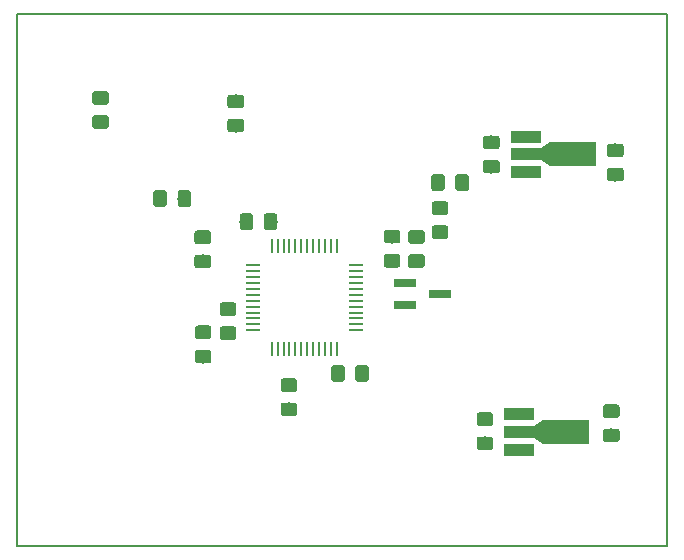
<source format=gtp>
G04 #@! TF.GenerationSoftware,KiCad,Pcbnew,5.0.2-bee76a0~70~ubuntu18.04.1*
G04 #@! TF.CreationDate,2019-10-04T10:46:57+02:00*
G04 #@! TF.ProjectId,STM32F373_Dev_Board,53544d33-3246-4333-9733-5f4465765f42,rev?*
G04 #@! TF.SameCoordinates,PX9104060PY5859300*
G04 #@! TF.FileFunction,Paste,Top*
G04 #@! TF.FilePolarity,Positive*
%FSLAX46Y46*%
G04 Gerber Fmt 4.6, Leading zero omitted, Abs format (unit mm)*
G04 Created by KiCad (PCBNEW 5.0.2-bee76a0~70~ubuntu18.04.1) date Fr 04 Okt 2019 10:46:57 CEST*
%MOMM*%
%LPD*%
G01*
G04 APERTURE LIST*
%ADD10C,0.150000*%
%ADD11C,1.150000*%
%ADD12R,1.900000X0.800000*%
%ADD13R,1.300000X0.250000*%
%ADD14R,0.250000X1.300000*%
%ADD15C,0.750000*%
%ADD16R,4.000000X2.000000*%
%ADD17R,2.500000X1.000000*%
G04 APERTURE END LIST*
D10*
X-52060000Y42640000D02*
X2940000Y42640000D01*
X-52060000Y-2360000D02*
X-52060000Y42640000D01*
X2940000Y-2360000D02*
X-52060000Y-2360000D01*
X2940000Y42640000D02*
X2940000Y-2360000D01*
G04 #@! TO.C,C1*
G36*
X-39610495Y27738796D02*
X-39586227Y27735196D01*
X-39562428Y27729235D01*
X-39539329Y27720970D01*
X-39517150Y27710480D01*
X-39496107Y27697868D01*
X-39476401Y27683253D01*
X-39458223Y27666777D01*
X-39441747Y27648599D01*
X-39427132Y27628893D01*
X-39414520Y27607850D01*
X-39404030Y27585671D01*
X-39395765Y27562572D01*
X-39389804Y27538773D01*
X-39386204Y27514505D01*
X-39385000Y27490001D01*
X-39385000Y26589999D01*
X-39386204Y26565495D01*
X-39389804Y26541227D01*
X-39395765Y26517428D01*
X-39404030Y26494329D01*
X-39414520Y26472150D01*
X-39427132Y26451107D01*
X-39441747Y26431401D01*
X-39458223Y26413223D01*
X-39476401Y26396747D01*
X-39496107Y26382132D01*
X-39517150Y26369520D01*
X-39539329Y26359030D01*
X-39562428Y26350765D01*
X-39586227Y26344804D01*
X-39610495Y26341204D01*
X-39634999Y26340000D01*
X-40285001Y26340000D01*
X-40309505Y26341204D01*
X-40333773Y26344804D01*
X-40357572Y26350765D01*
X-40380671Y26359030D01*
X-40402850Y26369520D01*
X-40423893Y26382132D01*
X-40443599Y26396747D01*
X-40461777Y26413223D01*
X-40478253Y26431401D01*
X-40492868Y26451107D01*
X-40505480Y26472150D01*
X-40515970Y26494329D01*
X-40524235Y26517428D01*
X-40530196Y26541227D01*
X-40533796Y26565495D01*
X-40535000Y26589999D01*
X-40535000Y27490001D01*
X-40533796Y27514505D01*
X-40530196Y27538773D01*
X-40524235Y27562572D01*
X-40515970Y27585671D01*
X-40505480Y27607850D01*
X-40492868Y27628893D01*
X-40478253Y27648599D01*
X-40461777Y27666777D01*
X-40443599Y27683253D01*
X-40423893Y27697868D01*
X-40402850Y27710480D01*
X-40380671Y27720970D01*
X-40357572Y27729235D01*
X-40333773Y27735196D01*
X-40309505Y27738796D01*
X-40285001Y27740000D01*
X-39634999Y27740000D01*
X-39610495Y27738796D01*
X-39610495Y27738796D01*
G37*
D11*
X-39960000Y27040000D03*
D10*
G36*
X-37560495Y27738796D02*
X-37536227Y27735196D01*
X-37512428Y27729235D01*
X-37489329Y27720970D01*
X-37467150Y27710480D01*
X-37446107Y27697868D01*
X-37426401Y27683253D01*
X-37408223Y27666777D01*
X-37391747Y27648599D01*
X-37377132Y27628893D01*
X-37364520Y27607850D01*
X-37354030Y27585671D01*
X-37345765Y27562572D01*
X-37339804Y27538773D01*
X-37336204Y27514505D01*
X-37335000Y27490001D01*
X-37335000Y26589999D01*
X-37336204Y26565495D01*
X-37339804Y26541227D01*
X-37345765Y26517428D01*
X-37354030Y26494329D01*
X-37364520Y26472150D01*
X-37377132Y26451107D01*
X-37391747Y26431401D01*
X-37408223Y26413223D01*
X-37426401Y26396747D01*
X-37446107Y26382132D01*
X-37467150Y26369520D01*
X-37489329Y26359030D01*
X-37512428Y26350765D01*
X-37536227Y26344804D01*
X-37560495Y26341204D01*
X-37584999Y26340000D01*
X-38235001Y26340000D01*
X-38259505Y26341204D01*
X-38283773Y26344804D01*
X-38307572Y26350765D01*
X-38330671Y26359030D01*
X-38352850Y26369520D01*
X-38373893Y26382132D01*
X-38393599Y26396747D01*
X-38411777Y26413223D01*
X-38428253Y26431401D01*
X-38442868Y26451107D01*
X-38455480Y26472150D01*
X-38465970Y26494329D01*
X-38474235Y26517428D01*
X-38480196Y26541227D01*
X-38483796Y26565495D01*
X-38485000Y26589999D01*
X-38485000Y27490001D01*
X-38483796Y27514505D01*
X-38480196Y27538773D01*
X-38474235Y27562572D01*
X-38465970Y27585671D01*
X-38455480Y27607850D01*
X-38442868Y27628893D01*
X-38428253Y27648599D01*
X-38411777Y27666777D01*
X-38393599Y27683253D01*
X-38373893Y27697868D01*
X-38352850Y27710480D01*
X-38330671Y27720970D01*
X-38307572Y27729235D01*
X-38283773Y27735196D01*
X-38259505Y27738796D01*
X-38235001Y27740000D01*
X-37584999Y27740000D01*
X-37560495Y27738796D01*
X-37560495Y27738796D01*
G37*
D11*
X-37910000Y27040000D03*
G04 #@! TD*
D10*
G04 #@! TO.C,C2*
G36*
X-35885495Y22288796D02*
X-35861227Y22285196D01*
X-35837428Y22279235D01*
X-35814329Y22270970D01*
X-35792150Y22260480D01*
X-35771107Y22247868D01*
X-35751401Y22233253D01*
X-35733223Y22216777D01*
X-35716747Y22198599D01*
X-35702132Y22178893D01*
X-35689520Y22157850D01*
X-35679030Y22135671D01*
X-35670765Y22112572D01*
X-35664804Y22088773D01*
X-35661204Y22064505D01*
X-35660000Y22040001D01*
X-35660000Y21389999D01*
X-35661204Y21365495D01*
X-35664804Y21341227D01*
X-35670765Y21317428D01*
X-35679030Y21294329D01*
X-35689520Y21272150D01*
X-35702132Y21251107D01*
X-35716747Y21231401D01*
X-35733223Y21213223D01*
X-35751401Y21196747D01*
X-35771107Y21182132D01*
X-35792150Y21169520D01*
X-35814329Y21159030D01*
X-35837428Y21150765D01*
X-35861227Y21144804D01*
X-35885495Y21141204D01*
X-35909999Y21140000D01*
X-36810001Y21140000D01*
X-36834505Y21141204D01*
X-36858773Y21144804D01*
X-36882572Y21150765D01*
X-36905671Y21159030D01*
X-36927850Y21169520D01*
X-36948893Y21182132D01*
X-36968599Y21196747D01*
X-36986777Y21213223D01*
X-37003253Y21231401D01*
X-37017868Y21251107D01*
X-37030480Y21272150D01*
X-37040970Y21294329D01*
X-37049235Y21317428D01*
X-37055196Y21341227D01*
X-37058796Y21365495D01*
X-37060000Y21389999D01*
X-37060000Y22040001D01*
X-37058796Y22064505D01*
X-37055196Y22088773D01*
X-37049235Y22112572D01*
X-37040970Y22135671D01*
X-37030480Y22157850D01*
X-37017868Y22178893D01*
X-37003253Y22198599D01*
X-36986777Y22216777D01*
X-36968599Y22233253D01*
X-36948893Y22247868D01*
X-36927850Y22260480D01*
X-36905671Y22270970D01*
X-36882572Y22279235D01*
X-36858773Y22285196D01*
X-36834505Y22288796D01*
X-36810001Y22290000D01*
X-35909999Y22290000D01*
X-35885495Y22288796D01*
X-35885495Y22288796D01*
G37*
D11*
X-36360000Y21715000D03*
D10*
G36*
X-35885495Y24338796D02*
X-35861227Y24335196D01*
X-35837428Y24329235D01*
X-35814329Y24320970D01*
X-35792150Y24310480D01*
X-35771107Y24297868D01*
X-35751401Y24283253D01*
X-35733223Y24266777D01*
X-35716747Y24248599D01*
X-35702132Y24228893D01*
X-35689520Y24207850D01*
X-35679030Y24185671D01*
X-35670765Y24162572D01*
X-35664804Y24138773D01*
X-35661204Y24114505D01*
X-35660000Y24090001D01*
X-35660000Y23439999D01*
X-35661204Y23415495D01*
X-35664804Y23391227D01*
X-35670765Y23367428D01*
X-35679030Y23344329D01*
X-35689520Y23322150D01*
X-35702132Y23301107D01*
X-35716747Y23281401D01*
X-35733223Y23263223D01*
X-35751401Y23246747D01*
X-35771107Y23232132D01*
X-35792150Y23219520D01*
X-35814329Y23209030D01*
X-35837428Y23200765D01*
X-35861227Y23194804D01*
X-35885495Y23191204D01*
X-35909999Y23190000D01*
X-36810001Y23190000D01*
X-36834505Y23191204D01*
X-36858773Y23194804D01*
X-36882572Y23200765D01*
X-36905671Y23209030D01*
X-36927850Y23219520D01*
X-36948893Y23232132D01*
X-36968599Y23246747D01*
X-36986777Y23263223D01*
X-37003253Y23281401D01*
X-37017868Y23301107D01*
X-37030480Y23322150D01*
X-37040970Y23344329D01*
X-37049235Y23367428D01*
X-37055196Y23391227D01*
X-37058796Y23415495D01*
X-37060000Y23439999D01*
X-37060000Y24090001D01*
X-37058796Y24114505D01*
X-37055196Y24138773D01*
X-37049235Y24162572D01*
X-37040970Y24185671D01*
X-37030480Y24207850D01*
X-37017868Y24228893D01*
X-37003253Y24248599D01*
X-36986777Y24266777D01*
X-36968599Y24283253D01*
X-36948893Y24297868D01*
X-36927850Y24310480D01*
X-36905671Y24320970D01*
X-36882572Y24329235D01*
X-36858773Y24335196D01*
X-36834505Y24338796D01*
X-36810001Y24340000D01*
X-35909999Y24340000D01*
X-35885495Y24338796D01*
X-35885495Y24338796D01*
G37*
D11*
X-36360000Y23765000D03*
G04 #@! TD*
D10*
G04 #@! TO.C,C3*
G36*
X-35835495Y14238796D02*
X-35811227Y14235196D01*
X-35787428Y14229235D01*
X-35764329Y14220970D01*
X-35742150Y14210480D01*
X-35721107Y14197868D01*
X-35701401Y14183253D01*
X-35683223Y14166777D01*
X-35666747Y14148599D01*
X-35652132Y14128893D01*
X-35639520Y14107850D01*
X-35629030Y14085671D01*
X-35620765Y14062572D01*
X-35614804Y14038773D01*
X-35611204Y14014505D01*
X-35610000Y13990001D01*
X-35610000Y13339999D01*
X-35611204Y13315495D01*
X-35614804Y13291227D01*
X-35620765Y13267428D01*
X-35629030Y13244329D01*
X-35639520Y13222150D01*
X-35652132Y13201107D01*
X-35666747Y13181401D01*
X-35683223Y13163223D01*
X-35701401Y13146747D01*
X-35721107Y13132132D01*
X-35742150Y13119520D01*
X-35764329Y13109030D01*
X-35787428Y13100765D01*
X-35811227Y13094804D01*
X-35835495Y13091204D01*
X-35859999Y13090000D01*
X-36760001Y13090000D01*
X-36784505Y13091204D01*
X-36808773Y13094804D01*
X-36832572Y13100765D01*
X-36855671Y13109030D01*
X-36877850Y13119520D01*
X-36898893Y13132132D01*
X-36918599Y13146747D01*
X-36936777Y13163223D01*
X-36953253Y13181401D01*
X-36967868Y13201107D01*
X-36980480Y13222150D01*
X-36990970Y13244329D01*
X-36999235Y13267428D01*
X-37005196Y13291227D01*
X-37008796Y13315495D01*
X-37010000Y13339999D01*
X-37010000Y13990001D01*
X-37008796Y14014505D01*
X-37005196Y14038773D01*
X-36999235Y14062572D01*
X-36990970Y14085671D01*
X-36980480Y14107850D01*
X-36967868Y14128893D01*
X-36953253Y14148599D01*
X-36936777Y14166777D01*
X-36918599Y14183253D01*
X-36898893Y14197868D01*
X-36877850Y14210480D01*
X-36855671Y14220970D01*
X-36832572Y14229235D01*
X-36808773Y14235196D01*
X-36784505Y14238796D01*
X-36760001Y14240000D01*
X-35859999Y14240000D01*
X-35835495Y14238796D01*
X-35835495Y14238796D01*
G37*
D11*
X-36310000Y13665000D03*
D10*
G36*
X-35835495Y16288796D02*
X-35811227Y16285196D01*
X-35787428Y16279235D01*
X-35764329Y16270970D01*
X-35742150Y16260480D01*
X-35721107Y16247868D01*
X-35701401Y16233253D01*
X-35683223Y16216777D01*
X-35666747Y16198599D01*
X-35652132Y16178893D01*
X-35639520Y16157850D01*
X-35629030Y16135671D01*
X-35620765Y16112572D01*
X-35614804Y16088773D01*
X-35611204Y16064505D01*
X-35610000Y16040001D01*
X-35610000Y15389999D01*
X-35611204Y15365495D01*
X-35614804Y15341227D01*
X-35620765Y15317428D01*
X-35629030Y15294329D01*
X-35639520Y15272150D01*
X-35652132Y15251107D01*
X-35666747Y15231401D01*
X-35683223Y15213223D01*
X-35701401Y15196747D01*
X-35721107Y15182132D01*
X-35742150Y15169520D01*
X-35764329Y15159030D01*
X-35787428Y15150765D01*
X-35811227Y15144804D01*
X-35835495Y15141204D01*
X-35859999Y15140000D01*
X-36760001Y15140000D01*
X-36784505Y15141204D01*
X-36808773Y15144804D01*
X-36832572Y15150765D01*
X-36855671Y15159030D01*
X-36877850Y15169520D01*
X-36898893Y15182132D01*
X-36918599Y15196747D01*
X-36936777Y15213223D01*
X-36953253Y15231401D01*
X-36967868Y15251107D01*
X-36980480Y15272150D01*
X-36990970Y15294329D01*
X-36999235Y15317428D01*
X-37005196Y15341227D01*
X-37008796Y15365495D01*
X-37010000Y15389999D01*
X-37010000Y16040001D01*
X-37008796Y16064505D01*
X-37005196Y16088773D01*
X-36999235Y16112572D01*
X-36990970Y16135671D01*
X-36980480Y16157850D01*
X-36967868Y16178893D01*
X-36953253Y16198599D01*
X-36936777Y16216777D01*
X-36918599Y16233253D01*
X-36898893Y16247868D01*
X-36877850Y16260480D01*
X-36855671Y16270970D01*
X-36832572Y16279235D01*
X-36808773Y16285196D01*
X-36784505Y16288796D01*
X-36760001Y16290000D01*
X-35859999Y16290000D01*
X-35835495Y16288796D01*
X-35835495Y16288796D01*
G37*
D11*
X-36310000Y15715000D03*
G04 #@! TD*
D10*
G04 #@! TO.C,C4*
G36*
X-1285495Y9613796D02*
X-1261227Y9610196D01*
X-1237428Y9604235D01*
X-1214329Y9595970D01*
X-1192150Y9585480D01*
X-1171107Y9572868D01*
X-1151401Y9558253D01*
X-1133223Y9541777D01*
X-1116747Y9523599D01*
X-1102132Y9503893D01*
X-1089520Y9482850D01*
X-1079030Y9460671D01*
X-1070765Y9437572D01*
X-1064804Y9413773D01*
X-1061204Y9389505D01*
X-1060000Y9365001D01*
X-1060000Y8714999D01*
X-1061204Y8690495D01*
X-1064804Y8666227D01*
X-1070765Y8642428D01*
X-1079030Y8619329D01*
X-1089520Y8597150D01*
X-1102132Y8576107D01*
X-1116747Y8556401D01*
X-1133223Y8538223D01*
X-1151401Y8521747D01*
X-1171107Y8507132D01*
X-1192150Y8494520D01*
X-1214329Y8484030D01*
X-1237428Y8475765D01*
X-1261227Y8469804D01*
X-1285495Y8466204D01*
X-1309999Y8465000D01*
X-2210001Y8465000D01*
X-2234505Y8466204D01*
X-2258773Y8469804D01*
X-2282572Y8475765D01*
X-2305671Y8484030D01*
X-2327850Y8494520D01*
X-2348893Y8507132D01*
X-2368599Y8521747D01*
X-2386777Y8538223D01*
X-2403253Y8556401D01*
X-2417868Y8576107D01*
X-2430480Y8597150D01*
X-2440970Y8619329D01*
X-2449235Y8642428D01*
X-2455196Y8666227D01*
X-2458796Y8690495D01*
X-2460000Y8714999D01*
X-2460000Y9365001D01*
X-2458796Y9389505D01*
X-2455196Y9413773D01*
X-2449235Y9437572D01*
X-2440970Y9460671D01*
X-2430480Y9482850D01*
X-2417868Y9503893D01*
X-2403253Y9523599D01*
X-2386777Y9541777D01*
X-2368599Y9558253D01*
X-2348893Y9572868D01*
X-2327850Y9585480D01*
X-2305671Y9595970D01*
X-2282572Y9604235D01*
X-2258773Y9610196D01*
X-2234505Y9613796D01*
X-2210001Y9615000D01*
X-1309999Y9615000D01*
X-1285495Y9613796D01*
X-1285495Y9613796D01*
G37*
D11*
X-1760000Y9040000D03*
D10*
G36*
X-1285495Y7563796D02*
X-1261227Y7560196D01*
X-1237428Y7554235D01*
X-1214329Y7545970D01*
X-1192150Y7535480D01*
X-1171107Y7522868D01*
X-1151401Y7508253D01*
X-1133223Y7491777D01*
X-1116747Y7473599D01*
X-1102132Y7453893D01*
X-1089520Y7432850D01*
X-1079030Y7410671D01*
X-1070765Y7387572D01*
X-1064804Y7363773D01*
X-1061204Y7339505D01*
X-1060000Y7315001D01*
X-1060000Y6664999D01*
X-1061204Y6640495D01*
X-1064804Y6616227D01*
X-1070765Y6592428D01*
X-1079030Y6569329D01*
X-1089520Y6547150D01*
X-1102132Y6526107D01*
X-1116747Y6506401D01*
X-1133223Y6488223D01*
X-1151401Y6471747D01*
X-1171107Y6457132D01*
X-1192150Y6444520D01*
X-1214329Y6434030D01*
X-1237428Y6425765D01*
X-1261227Y6419804D01*
X-1285495Y6416204D01*
X-1309999Y6415000D01*
X-2210001Y6415000D01*
X-2234505Y6416204D01*
X-2258773Y6419804D01*
X-2282572Y6425765D01*
X-2305671Y6434030D01*
X-2327850Y6444520D01*
X-2348893Y6457132D01*
X-2368599Y6471747D01*
X-2386777Y6488223D01*
X-2403253Y6506401D01*
X-2417868Y6526107D01*
X-2430480Y6547150D01*
X-2440970Y6569329D01*
X-2449235Y6592428D01*
X-2455196Y6616227D01*
X-2458796Y6640495D01*
X-2460000Y6664999D01*
X-2460000Y7315001D01*
X-2458796Y7339505D01*
X-2455196Y7363773D01*
X-2449235Y7387572D01*
X-2440970Y7410671D01*
X-2430480Y7432850D01*
X-2417868Y7453893D01*
X-2403253Y7473599D01*
X-2386777Y7491777D01*
X-2368599Y7508253D01*
X-2348893Y7522868D01*
X-2327850Y7535480D01*
X-2305671Y7545970D01*
X-2282572Y7554235D01*
X-2258773Y7560196D01*
X-2234505Y7563796D01*
X-2210001Y7565000D01*
X-1309999Y7565000D01*
X-1285495Y7563796D01*
X-1285495Y7563796D01*
G37*
D11*
X-1760000Y6990000D03*
G04 #@! TD*
D10*
G04 #@! TO.C,C5*
G36*
X-935495Y31688796D02*
X-911227Y31685196D01*
X-887428Y31679235D01*
X-864329Y31670970D01*
X-842150Y31660480D01*
X-821107Y31647868D01*
X-801401Y31633253D01*
X-783223Y31616777D01*
X-766747Y31598599D01*
X-752132Y31578893D01*
X-739520Y31557850D01*
X-729030Y31535671D01*
X-720765Y31512572D01*
X-714804Y31488773D01*
X-711204Y31464505D01*
X-710000Y31440001D01*
X-710000Y30789999D01*
X-711204Y30765495D01*
X-714804Y30741227D01*
X-720765Y30717428D01*
X-729030Y30694329D01*
X-739520Y30672150D01*
X-752132Y30651107D01*
X-766747Y30631401D01*
X-783223Y30613223D01*
X-801401Y30596747D01*
X-821107Y30582132D01*
X-842150Y30569520D01*
X-864329Y30559030D01*
X-887428Y30550765D01*
X-911227Y30544804D01*
X-935495Y30541204D01*
X-959999Y30540000D01*
X-1860001Y30540000D01*
X-1884505Y30541204D01*
X-1908773Y30544804D01*
X-1932572Y30550765D01*
X-1955671Y30559030D01*
X-1977850Y30569520D01*
X-1998893Y30582132D01*
X-2018599Y30596747D01*
X-2036777Y30613223D01*
X-2053253Y30631401D01*
X-2067868Y30651107D01*
X-2080480Y30672150D01*
X-2090970Y30694329D01*
X-2099235Y30717428D01*
X-2105196Y30741227D01*
X-2108796Y30765495D01*
X-2110000Y30789999D01*
X-2110000Y31440001D01*
X-2108796Y31464505D01*
X-2105196Y31488773D01*
X-2099235Y31512572D01*
X-2090970Y31535671D01*
X-2080480Y31557850D01*
X-2067868Y31578893D01*
X-2053253Y31598599D01*
X-2036777Y31616777D01*
X-2018599Y31633253D01*
X-1998893Y31647868D01*
X-1977850Y31660480D01*
X-1955671Y31670970D01*
X-1932572Y31679235D01*
X-1908773Y31685196D01*
X-1884505Y31688796D01*
X-1860001Y31690000D01*
X-959999Y31690000D01*
X-935495Y31688796D01*
X-935495Y31688796D01*
G37*
D11*
X-1410000Y31115000D03*
D10*
G36*
X-935495Y29638796D02*
X-911227Y29635196D01*
X-887428Y29629235D01*
X-864329Y29620970D01*
X-842150Y29610480D01*
X-821107Y29597868D01*
X-801401Y29583253D01*
X-783223Y29566777D01*
X-766747Y29548599D01*
X-752132Y29528893D01*
X-739520Y29507850D01*
X-729030Y29485671D01*
X-720765Y29462572D01*
X-714804Y29438773D01*
X-711204Y29414505D01*
X-710000Y29390001D01*
X-710000Y28739999D01*
X-711204Y28715495D01*
X-714804Y28691227D01*
X-720765Y28667428D01*
X-729030Y28644329D01*
X-739520Y28622150D01*
X-752132Y28601107D01*
X-766747Y28581401D01*
X-783223Y28563223D01*
X-801401Y28546747D01*
X-821107Y28532132D01*
X-842150Y28519520D01*
X-864329Y28509030D01*
X-887428Y28500765D01*
X-911227Y28494804D01*
X-935495Y28491204D01*
X-959999Y28490000D01*
X-1860001Y28490000D01*
X-1884505Y28491204D01*
X-1908773Y28494804D01*
X-1932572Y28500765D01*
X-1955671Y28509030D01*
X-1977850Y28519520D01*
X-1998893Y28532132D01*
X-2018599Y28546747D01*
X-2036777Y28563223D01*
X-2053253Y28581401D01*
X-2067868Y28601107D01*
X-2080480Y28622150D01*
X-2090970Y28644329D01*
X-2099235Y28667428D01*
X-2105196Y28691227D01*
X-2108796Y28715495D01*
X-2110000Y28739999D01*
X-2110000Y29390001D01*
X-2108796Y29414505D01*
X-2105196Y29438773D01*
X-2099235Y29462572D01*
X-2090970Y29485671D01*
X-2080480Y29507850D01*
X-2067868Y29528893D01*
X-2053253Y29548599D01*
X-2036777Y29566777D01*
X-2018599Y29583253D01*
X-1998893Y29597868D01*
X-1977850Y29610480D01*
X-1955671Y29620970D01*
X-1932572Y29629235D01*
X-1908773Y29635196D01*
X-1884505Y29638796D01*
X-1860001Y29640000D01*
X-959999Y29640000D01*
X-935495Y29638796D01*
X-935495Y29638796D01*
G37*
D11*
X-1410000Y29065000D03*
G04 #@! TD*
D10*
G04 #@! TO.C,C6*
G36*
X-22510495Y12938796D02*
X-22486227Y12935196D01*
X-22462428Y12929235D01*
X-22439329Y12920970D01*
X-22417150Y12910480D01*
X-22396107Y12897868D01*
X-22376401Y12883253D01*
X-22358223Y12866777D01*
X-22341747Y12848599D01*
X-22327132Y12828893D01*
X-22314520Y12807850D01*
X-22304030Y12785671D01*
X-22295765Y12762572D01*
X-22289804Y12738773D01*
X-22286204Y12714505D01*
X-22285000Y12690001D01*
X-22285000Y11789999D01*
X-22286204Y11765495D01*
X-22289804Y11741227D01*
X-22295765Y11717428D01*
X-22304030Y11694329D01*
X-22314520Y11672150D01*
X-22327132Y11651107D01*
X-22341747Y11631401D01*
X-22358223Y11613223D01*
X-22376401Y11596747D01*
X-22396107Y11582132D01*
X-22417150Y11569520D01*
X-22439329Y11559030D01*
X-22462428Y11550765D01*
X-22486227Y11544804D01*
X-22510495Y11541204D01*
X-22534999Y11540000D01*
X-23185001Y11540000D01*
X-23209505Y11541204D01*
X-23233773Y11544804D01*
X-23257572Y11550765D01*
X-23280671Y11559030D01*
X-23302850Y11569520D01*
X-23323893Y11582132D01*
X-23343599Y11596747D01*
X-23361777Y11613223D01*
X-23378253Y11631401D01*
X-23392868Y11651107D01*
X-23405480Y11672150D01*
X-23415970Y11694329D01*
X-23424235Y11717428D01*
X-23430196Y11741227D01*
X-23433796Y11765495D01*
X-23435000Y11789999D01*
X-23435000Y12690001D01*
X-23433796Y12714505D01*
X-23430196Y12738773D01*
X-23424235Y12762572D01*
X-23415970Y12785671D01*
X-23405480Y12807850D01*
X-23392868Y12828893D01*
X-23378253Y12848599D01*
X-23361777Y12866777D01*
X-23343599Y12883253D01*
X-23323893Y12897868D01*
X-23302850Y12910480D01*
X-23280671Y12920970D01*
X-23257572Y12929235D01*
X-23233773Y12935196D01*
X-23209505Y12938796D01*
X-23185001Y12940000D01*
X-22534999Y12940000D01*
X-22510495Y12938796D01*
X-22510495Y12938796D01*
G37*
D11*
X-22860000Y12240000D03*
D10*
G36*
X-24560495Y12938796D02*
X-24536227Y12935196D01*
X-24512428Y12929235D01*
X-24489329Y12920970D01*
X-24467150Y12910480D01*
X-24446107Y12897868D01*
X-24426401Y12883253D01*
X-24408223Y12866777D01*
X-24391747Y12848599D01*
X-24377132Y12828893D01*
X-24364520Y12807850D01*
X-24354030Y12785671D01*
X-24345765Y12762572D01*
X-24339804Y12738773D01*
X-24336204Y12714505D01*
X-24335000Y12690001D01*
X-24335000Y11789999D01*
X-24336204Y11765495D01*
X-24339804Y11741227D01*
X-24345765Y11717428D01*
X-24354030Y11694329D01*
X-24364520Y11672150D01*
X-24377132Y11651107D01*
X-24391747Y11631401D01*
X-24408223Y11613223D01*
X-24426401Y11596747D01*
X-24446107Y11582132D01*
X-24467150Y11569520D01*
X-24489329Y11559030D01*
X-24512428Y11550765D01*
X-24536227Y11544804D01*
X-24560495Y11541204D01*
X-24584999Y11540000D01*
X-25235001Y11540000D01*
X-25259505Y11541204D01*
X-25283773Y11544804D01*
X-25307572Y11550765D01*
X-25330671Y11559030D01*
X-25352850Y11569520D01*
X-25373893Y11582132D01*
X-25393599Y11596747D01*
X-25411777Y11613223D01*
X-25428253Y11631401D01*
X-25442868Y11651107D01*
X-25455480Y11672150D01*
X-25465970Y11694329D01*
X-25474235Y11717428D01*
X-25480196Y11741227D01*
X-25483796Y11765495D01*
X-25485000Y11789999D01*
X-25485000Y12690001D01*
X-25483796Y12714505D01*
X-25480196Y12738773D01*
X-25474235Y12762572D01*
X-25465970Y12785671D01*
X-25455480Y12807850D01*
X-25442868Y12828893D01*
X-25428253Y12848599D01*
X-25411777Y12866777D01*
X-25393599Y12883253D01*
X-25373893Y12897868D01*
X-25352850Y12910480D01*
X-25330671Y12920970D01*
X-25307572Y12929235D01*
X-25283773Y12935196D01*
X-25259505Y12938796D01*
X-25235001Y12940000D01*
X-24584999Y12940000D01*
X-24560495Y12938796D01*
X-24560495Y12938796D01*
G37*
D11*
X-24910000Y12240000D03*
G04 #@! TD*
D10*
G04 #@! TO.C,C7*
G36*
X-17785495Y22313796D02*
X-17761227Y22310196D01*
X-17737428Y22304235D01*
X-17714329Y22295970D01*
X-17692150Y22285480D01*
X-17671107Y22272868D01*
X-17651401Y22258253D01*
X-17633223Y22241777D01*
X-17616747Y22223599D01*
X-17602132Y22203893D01*
X-17589520Y22182850D01*
X-17579030Y22160671D01*
X-17570765Y22137572D01*
X-17564804Y22113773D01*
X-17561204Y22089505D01*
X-17560000Y22065001D01*
X-17560000Y21414999D01*
X-17561204Y21390495D01*
X-17564804Y21366227D01*
X-17570765Y21342428D01*
X-17579030Y21319329D01*
X-17589520Y21297150D01*
X-17602132Y21276107D01*
X-17616747Y21256401D01*
X-17633223Y21238223D01*
X-17651401Y21221747D01*
X-17671107Y21207132D01*
X-17692150Y21194520D01*
X-17714329Y21184030D01*
X-17737428Y21175765D01*
X-17761227Y21169804D01*
X-17785495Y21166204D01*
X-17809999Y21165000D01*
X-18710001Y21165000D01*
X-18734505Y21166204D01*
X-18758773Y21169804D01*
X-18782572Y21175765D01*
X-18805671Y21184030D01*
X-18827850Y21194520D01*
X-18848893Y21207132D01*
X-18868599Y21221747D01*
X-18886777Y21238223D01*
X-18903253Y21256401D01*
X-18917868Y21276107D01*
X-18930480Y21297150D01*
X-18940970Y21319329D01*
X-18949235Y21342428D01*
X-18955196Y21366227D01*
X-18958796Y21390495D01*
X-18960000Y21414999D01*
X-18960000Y22065001D01*
X-18958796Y22089505D01*
X-18955196Y22113773D01*
X-18949235Y22137572D01*
X-18940970Y22160671D01*
X-18930480Y22182850D01*
X-18917868Y22203893D01*
X-18903253Y22223599D01*
X-18886777Y22241777D01*
X-18868599Y22258253D01*
X-18848893Y22272868D01*
X-18827850Y22285480D01*
X-18805671Y22295970D01*
X-18782572Y22304235D01*
X-18758773Y22310196D01*
X-18734505Y22313796D01*
X-18710001Y22315000D01*
X-17809999Y22315000D01*
X-17785495Y22313796D01*
X-17785495Y22313796D01*
G37*
D11*
X-18260000Y21740000D03*
D10*
G36*
X-17785495Y24363796D02*
X-17761227Y24360196D01*
X-17737428Y24354235D01*
X-17714329Y24345970D01*
X-17692150Y24335480D01*
X-17671107Y24322868D01*
X-17651401Y24308253D01*
X-17633223Y24291777D01*
X-17616747Y24273599D01*
X-17602132Y24253893D01*
X-17589520Y24232850D01*
X-17579030Y24210671D01*
X-17570765Y24187572D01*
X-17564804Y24163773D01*
X-17561204Y24139505D01*
X-17560000Y24115001D01*
X-17560000Y23464999D01*
X-17561204Y23440495D01*
X-17564804Y23416227D01*
X-17570765Y23392428D01*
X-17579030Y23369329D01*
X-17589520Y23347150D01*
X-17602132Y23326107D01*
X-17616747Y23306401D01*
X-17633223Y23288223D01*
X-17651401Y23271747D01*
X-17671107Y23257132D01*
X-17692150Y23244520D01*
X-17714329Y23234030D01*
X-17737428Y23225765D01*
X-17761227Y23219804D01*
X-17785495Y23216204D01*
X-17809999Y23215000D01*
X-18710001Y23215000D01*
X-18734505Y23216204D01*
X-18758773Y23219804D01*
X-18782572Y23225765D01*
X-18805671Y23234030D01*
X-18827850Y23244520D01*
X-18848893Y23257132D01*
X-18868599Y23271747D01*
X-18886777Y23288223D01*
X-18903253Y23306401D01*
X-18917868Y23326107D01*
X-18930480Y23347150D01*
X-18940970Y23369329D01*
X-18949235Y23392428D01*
X-18955196Y23416227D01*
X-18958796Y23440495D01*
X-18960000Y23464999D01*
X-18960000Y24115001D01*
X-18958796Y24139505D01*
X-18955196Y24163773D01*
X-18949235Y24187572D01*
X-18940970Y24210671D01*
X-18930480Y24232850D01*
X-18917868Y24253893D01*
X-18903253Y24273599D01*
X-18886777Y24291777D01*
X-18868599Y24308253D01*
X-18848893Y24322868D01*
X-18827850Y24335480D01*
X-18805671Y24345970D01*
X-18782572Y24354235D01*
X-18758773Y24360196D01*
X-18734505Y24363796D01*
X-18710001Y24365000D01*
X-17809999Y24365000D01*
X-17785495Y24363796D01*
X-17785495Y24363796D01*
G37*
D11*
X-18260000Y23790000D03*
G04 #@! TD*
D10*
G04 #@! TO.C,C8*
G36*
X-30260495Y25788796D02*
X-30236227Y25785196D01*
X-30212428Y25779235D01*
X-30189329Y25770970D01*
X-30167150Y25760480D01*
X-30146107Y25747868D01*
X-30126401Y25733253D01*
X-30108223Y25716777D01*
X-30091747Y25698599D01*
X-30077132Y25678893D01*
X-30064520Y25657850D01*
X-30054030Y25635671D01*
X-30045765Y25612572D01*
X-30039804Y25588773D01*
X-30036204Y25564505D01*
X-30035000Y25540001D01*
X-30035000Y24639999D01*
X-30036204Y24615495D01*
X-30039804Y24591227D01*
X-30045765Y24567428D01*
X-30054030Y24544329D01*
X-30064520Y24522150D01*
X-30077132Y24501107D01*
X-30091747Y24481401D01*
X-30108223Y24463223D01*
X-30126401Y24446747D01*
X-30146107Y24432132D01*
X-30167150Y24419520D01*
X-30189329Y24409030D01*
X-30212428Y24400765D01*
X-30236227Y24394804D01*
X-30260495Y24391204D01*
X-30284999Y24390000D01*
X-30935001Y24390000D01*
X-30959505Y24391204D01*
X-30983773Y24394804D01*
X-31007572Y24400765D01*
X-31030671Y24409030D01*
X-31052850Y24419520D01*
X-31073893Y24432132D01*
X-31093599Y24446747D01*
X-31111777Y24463223D01*
X-31128253Y24481401D01*
X-31142868Y24501107D01*
X-31155480Y24522150D01*
X-31165970Y24544329D01*
X-31174235Y24567428D01*
X-31180196Y24591227D01*
X-31183796Y24615495D01*
X-31185000Y24639999D01*
X-31185000Y25540001D01*
X-31183796Y25564505D01*
X-31180196Y25588773D01*
X-31174235Y25612572D01*
X-31165970Y25635671D01*
X-31155480Y25657850D01*
X-31142868Y25678893D01*
X-31128253Y25698599D01*
X-31111777Y25716777D01*
X-31093599Y25733253D01*
X-31073893Y25747868D01*
X-31052850Y25760480D01*
X-31030671Y25770970D01*
X-31007572Y25779235D01*
X-30983773Y25785196D01*
X-30959505Y25788796D01*
X-30935001Y25790000D01*
X-30284999Y25790000D01*
X-30260495Y25788796D01*
X-30260495Y25788796D01*
G37*
D11*
X-30610000Y25090000D03*
D10*
G36*
X-32310495Y25788796D02*
X-32286227Y25785196D01*
X-32262428Y25779235D01*
X-32239329Y25770970D01*
X-32217150Y25760480D01*
X-32196107Y25747868D01*
X-32176401Y25733253D01*
X-32158223Y25716777D01*
X-32141747Y25698599D01*
X-32127132Y25678893D01*
X-32114520Y25657850D01*
X-32104030Y25635671D01*
X-32095765Y25612572D01*
X-32089804Y25588773D01*
X-32086204Y25564505D01*
X-32085000Y25540001D01*
X-32085000Y24639999D01*
X-32086204Y24615495D01*
X-32089804Y24591227D01*
X-32095765Y24567428D01*
X-32104030Y24544329D01*
X-32114520Y24522150D01*
X-32127132Y24501107D01*
X-32141747Y24481401D01*
X-32158223Y24463223D01*
X-32176401Y24446747D01*
X-32196107Y24432132D01*
X-32217150Y24419520D01*
X-32239329Y24409030D01*
X-32262428Y24400765D01*
X-32286227Y24394804D01*
X-32310495Y24391204D01*
X-32334999Y24390000D01*
X-32985001Y24390000D01*
X-33009505Y24391204D01*
X-33033773Y24394804D01*
X-33057572Y24400765D01*
X-33080671Y24409030D01*
X-33102850Y24419520D01*
X-33123893Y24432132D01*
X-33143599Y24446747D01*
X-33161777Y24463223D01*
X-33178253Y24481401D01*
X-33192868Y24501107D01*
X-33205480Y24522150D01*
X-33215970Y24544329D01*
X-33224235Y24567428D01*
X-33230196Y24591227D01*
X-33233796Y24615495D01*
X-33235000Y24639999D01*
X-33235000Y25540001D01*
X-33233796Y25564505D01*
X-33230196Y25588773D01*
X-33224235Y25612572D01*
X-33215970Y25635671D01*
X-33205480Y25657850D01*
X-33192868Y25678893D01*
X-33178253Y25698599D01*
X-33161777Y25716777D01*
X-33143599Y25733253D01*
X-33123893Y25747868D01*
X-33102850Y25760480D01*
X-33080671Y25770970D01*
X-33057572Y25779235D01*
X-33033773Y25785196D01*
X-33009505Y25788796D01*
X-32985001Y25790000D01*
X-32334999Y25790000D01*
X-32310495Y25788796D01*
X-32310495Y25788796D01*
G37*
D11*
X-32660000Y25090000D03*
G04 #@! TD*
D10*
G04 #@! TO.C,C9*
G36*
X-33735495Y18263796D02*
X-33711227Y18260196D01*
X-33687428Y18254235D01*
X-33664329Y18245970D01*
X-33642150Y18235480D01*
X-33621107Y18222868D01*
X-33601401Y18208253D01*
X-33583223Y18191777D01*
X-33566747Y18173599D01*
X-33552132Y18153893D01*
X-33539520Y18132850D01*
X-33529030Y18110671D01*
X-33520765Y18087572D01*
X-33514804Y18063773D01*
X-33511204Y18039505D01*
X-33510000Y18015001D01*
X-33510000Y17364999D01*
X-33511204Y17340495D01*
X-33514804Y17316227D01*
X-33520765Y17292428D01*
X-33529030Y17269329D01*
X-33539520Y17247150D01*
X-33552132Y17226107D01*
X-33566747Y17206401D01*
X-33583223Y17188223D01*
X-33601401Y17171747D01*
X-33621107Y17157132D01*
X-33642150Y17144520D01*
X-33664329Y17134030D01*
X-33687428Y17125765D01*
X-33711227Y17119804D01*
X-33735495Y17116204D01*
X-33759999Y17115000D01*
X-34660001Y17115000D01*
X-34684505Y17116204D01*
X-34708773Y17119804D01*
X-34732572Y17125765D01*
X-34755671Y17134030D01*
X-34777850Y17144520D01*
X-34798893Y17157132D01*
X-34818599Y17171747D01*
X-34836777Y17188223D01*
X-34853253Y17206401D01*
X-34867868Y17226107D01*
X-34880480Y17247150D01*
X-34890970Y17269329D01*
X-34899235Y17292428D01*
X-34905196Y17316227D01*
X-34908796Y17340495D01*
X-34910000Y17364999D01*
X-34910000Y18015001D01*
X-34908796Y18039505D01*
X-34905196Y18063773D01*
X-34899235Y18087572D01*
X-34890970Y18110671D01*
X-34880480Y18132850D01*
X-34867868Y18153893D01*
X-34853253Y18173599D01*
X-34836777Y18191777D01*
X-34818599Y18208253D01*
X-34798893Y18222868D01*
X-34777850Y18235480D01*
X-34755671Y18245970D01*
X-34732572Y18254235D01*
X-34708773Y18260196D01*
X-34684505Y18263796D01*
X-34660001Y18265000D01*
X-33759999Y18265000D01*
X-33735495Y18263796D01*
X-33735495Y18263796D01*
G37*
D11*
X-34210000Y17690000D03*
D10*
G36*
X-33735495Y16213796D02*
X-33711227Y16210196D01*
X-33687428Y16204235D01*
X-33664329Y16195970D01*
X-33642150Y16185480D01*
X-33621107Y16172868D01*
X-33601401Y16158253D01*
X-33583223Y16141777D01*
X-33566747Y16123599D01*
X-33552132Y16103893D01*
X-33539520Y16082850D01*
X-33529030Y16060671D01*
X-33520765Y16037572D01*
X-33514804Y16013773D01*
X-33511204Y15989505D01*
X-33510000Y15965001D01*
X-33510000Y15314999D01*
X-33511204Y15290495D01*
X-33514804Y15266227D01*
X-33520765Y15242428D01*
X-33529030Y15219329D01*
X-33539520Y15197150D01*
X-33552132Y15176107D01*
X-33566747Y15156401D01*
X-33583223Y15138223D01*
X-33601401Y15121747D01*
X-33621107Y15107132D01*
X-33642150Y15094520D01*
X-33664329Y15084030D01*
X-33687428Y15075765D01*
X-33711227Y15069804D01*
X-33735495Y15066204D01*
X-33759999Y15065000D01*
X-34660001Y15065000D01*
X-34684505Y15066204D01*
X-34708773Y15069804D01*
X-34732572Y15075765D01*
X-34755671Y15084030D01*
X-34777850Y15094520D01*
X-34798893Y15107132D01*
X-34818599Y15121747D01*
X-34836777Y15138223D01*
X-34853253Y15156401D01*
X-34867868Y15176107D01*
X-34880480Y15197150D01*
X-34890970Y15219329D01*
X-34899235Y15242428D01*
X-34905196Y15266227D01*
X-34908796Y15290495D01*
X-34910000Y15314999D01*
X-34910000Y15965001D01*
X-34908796Y15989505D01*
X-34905196Y16013773D01*
X-34899235Y16037572D01*
X-34890970Y16060671D01*
X-34880480Y16082850D01*
X-34867868Y16103893D01*
X-34853253Y16123599D01*
X-34836777Y16141777D01*
X-34818599Y16158253D01*
X-34798893Y16172868D01*
X-34777850Y16185480D01*
X-34755671Y16195970D01*
X-34732572Y16204235D01*
X-34708773Y16210196D01*
X-34684505Y16213796D01*
X-34660001Y16215000D01*
X-33759999Y16215000D01*
X-33735495Y16213796D01*
X-33735495Y16213796D01*
G37*
D11*
X-34210000Y15640000D03*
G04 #@! TD*
D10*
G04 #@! TO.C,C10*
G36*
X-16085495Y29088796D02*
X-16061227Y29085196D01*
X-16037428Y29079235D01*
X-16014329Y29070970D01*
X-15992150Y29060480D01*
X-15971107Y29047868D01*
X-15951401Y29033253D01*
X-15933223Y29016777D01*
X-15916747Y28998599D01*
X-15902132Y28978893D01*
X-15889520Y28957850D01*
X-15879030Y28935671D01*
X-15870765Y28912572D01*
X-15864804Y28888773D01*
X-15861204Y28864505D01*
X-15860000Y28840001D01*
X-15860000Y27939999D01*
X-15861204Y27915495D01*
X-15864804Y27891227D01*
X-15870765Y27867428D01*
X-15879030Y27844329D01*
X-15889520Y27822150D01*
X-15902132Y27801107D01*
X-15916747Y27781401D01*
X-15933223Y27763223D01*
X-15951401Y27746747D01*
X-15971107Y27732132D01*
X-15992150Y27719520D01*
X-16014329Y27709030D01*
X-16037428Y27700765D01*
X-16061227Y27694804D01*
X-16085495Y27691204D01*
X-16109999Y27690000D01*
X-16760001Y27690000D01*
X-16784505Y27691204D01*
X-16808773Y27694804D01*
X-16832572Y27700765D01*
X-16855671Y27709030D01*
X-16877850Y27719520D01*
X-16898893Y27732132D01*
X-16918599Y27746747D01*
X-16936777Y27763223D01*
X-16953253Y27781401D01*
X-16967868Y27801107D01*
X-16980480Y27822150D01*
X-16990970Y27844329D01*
X-16999235Y27867428D01*
X-17005196Y27891227D01*
X-17008796Y27915495D01*
X-17010000Y27939999D01*
X-17010000Y28840001D01*
X-17008796Y28864505D01*
X-17005196Y28888773D01*
X-16999235Y28912572D01*
X-16990970Y28935671D01*
X-16980480Y28957850D01*
X-16967868Y28978893D01*
X-16953253Y28998599D01*
X-16936777Y29016777D01*
X-16918599Y29033253D01*
X-16898893Y29047868D01*
X-16877850Y29060480D01*
X-16855671Y29070970D01*
X-16832572Y29079235D01*
X-16808773Y29085196D01*
X-16784505Y29088796D01*
X-16760001Y29090000D01*
X-16109999Y29090000D01*
X-16085495Y29088796D01*
X-16085495Y29088796D01*
G37*
D11*
X-16435000Y28390000D03*
D10*
G36*
X-14035495Y29088796D02*
X-14011227Y29085196D01*
X-13987428Y29079235D01*
X-13964329Y29070970D01*
X-13942150Y29060480D01*
X-13921107Y29047868D01*
X-13901401Y29033253D01*
X-13883223Y29016777D01*
X-13866747Y28998599D01*
X-13852132Y28978893D01*
X-13839520Y28957850D01*
X-13829030Y28935671D01*
X-13820765Y28912572D01*
X-13814804Y28888773D01*
X-13811204Y28864505D01*
X-13810000Y28840001D01*
X-13810000Y27939999D01*
X-13811204Y27915495D01*
X-13814804Y27891227D01*
X-13820765Y27867428D01*
X-13829030Y27844329D01*
X-13839520Y27822150D01*
X-13852132Y27801107D01*
X-13866747Y27781401D01*
X-13883223Y27763223D01*
X-13901401Y27746747D01*
X-13921107Y27732132D01*
X-13942150Y27719520D01*
X-13964329Y27709030D01*
X-13987428Y27700765D01*
X-14011227Y27694804D01*
X-14035495Y27691204D01*
X-14059999Y27690000D01*
X-14710001Y27690000D01*
X-14734505Y27691204D01*
X-14758773Y27694804D01*
X-14782572Y27700765D01*
X-14805671Y27709030D01*
X-14827850Y27719520D01*
X-14848893Y27732132D01*
X-14868599Y27746747D01*
X-14886777Y27763223D01*
X-14903253Y27781401D01*
X-14917868Y27801107D01*
X-14930480Y27822150D01*
X-14940970Y27844329D01*
X-14949235Y27867428D01*
X-14955196Y27891227D01*
X-14958796Y27915495D01*
X-14960000Y27939999D01*
X-14960000Y28840001D01*
X-14958796Y28864505D01*
X-14955196Y28888773D01*
X-14949235Y28912572D01*
X-14940970Y28935671D01*
X-14930480Y28957850D01*
X-14917868Y28978893D01*
X-14903253Y28998599D01*
X-14886777Y29016777D01*
X-14868599Y29033253D01*
X-14848893Y29047868D01*
X-14827850Y29060480D01*
X-14805671Y29070970D01*
X-14782572Y29079235D01*
X-14758773Y29085196D01*
X-14734505Y29088796D01*
X-14710001Y29090000D01*
X-14059999Y29090000D01*
X-14035495Y29088796D01*
X-14035495Y29088796D01*
G37*
D11*
X-14385000Y28390000D03*
G04 #@! TD*
D10*
G04 #@! TO.C,C11*
G36*
X-28585495Y9763796D02*
X-28561227Y9760196D01*
X-28537428Y9754235D01*
X-28514329Y9745970D01*
X-28492150Y9735480D01*
X-28471107Y9722868D01*
X-28451401Y9708253D01*
X-28433223Y9691777D01*
X-28416747Y9673599D01*
X-28402132Y9653893D01*
X-28389520Y9632850D01*
X-28379030Y9610671D01*
X-28370765Y9587572D01*
X-28364804Y9563773D01*
X-28361204Y9539505D01*
X-28360000Y9515001D01*
X-28360000Y8864999D01*
X-28361204Y8840495D01*
X-28364804Y8816227D01*
X-28370765Y8792428D01*
X-28379030Y8769329D01*
X-28389520Y8747150D01*
X-28402132Y8726107D01*
X-28416747Y8706401D01*
X-28433223Y8688223D01*
X-28451401Y8671747D01*
X-28471107Y8657132D01*
X-28492150Y8644520D01*
X-28514329Y8634030D01*
X-28537428Y8625765D01*
X-28561227Y8619804D01*
X-28585495Y8616204D01*
X-28609999Y8615000D01*
X-29510001Y8615000D01*
X-29534505Y8616204D01*
X-29558773Y8619804D01*
X-29582572Y8625765D01*
X-29605671Y8634030D01*
X-29627850Y8644520D01*
X-29648893Y8657132D01*
X-29668599Y8671747D01*
X-29686777Y8688223D01*
X-29703253Y8706401D01*
X-29717868Y8726107D01*
X-29730480Y8747150D01*
X-29740970Y8769329D01*
X-29749235Y8792428D01*
X-29755196Y8816227D01*
X-29758796Y8840495D01*
X-29760000Y8864999D01*
X-29760000Y9515001D01*
X-29758796Y9539505D01*
X-29755196Y9563773D01*
X-29749235Y9587572D01*
X-29740970Y9610671D01*
X-29730480Y9632850D01*
X-29717868Y9653893D01*
X-29703253Y9673599D01*
X-29686777Y9691777D01*
X-29668599Y9708253D01*
X-29648893Y9722868D01*
X-29627850Y9735480D01*
X-29605671Y9745970D01*
X-29582572Y9754235D01*
X-29558773Y9760196D01*
X-29534505Y9763796D01*
X-29510001Y9765000D01*
X-28609999Y9765000D01*
X-28585495Y9763796D01*
X-28585495Y9763796D01*
G37*
D11*
X-29060000Y9190000D03*
D10*
G36*
X-28585495Y11813796D02*
X-28561227Y11810196D01*
X-28537428Y11804235D01*
X-28514329Y11795970D01*
X-28492150Y11785480D01*
X-28471107Y11772868D01*
X-28451401Y11758253D01*
X-28433223Y11741777D01*
X-28416747Y11723599D01*
X-28402132Y11703893D01*
X-28389520Y11682850D01*
X-28379030Y11660671D01*
X-28370765Y11637572D01*
X-28364804Y11613773D01*
X-28361204Y11589505D01*
X-28360000Y11565001D01*
X-28360000Y10914999D01*
X-28361204Y10890495D01*
X-28364804Y10866227D01*
X-28370765Y10842428D01*
X-28379030Y10819329D01*
X-28389520Y10797150D01*
X-28402132Y10776107D01*
X-28416747Y10756401D01*
X-28433223Y10738223D01*
X-28451401Y10721747D01*
X-28471107Y10707132D01*
X-28492150Y10694520D01*
X-28514329Y10684030D01*
X-28537428Y10675765D01*
X-28561227Y10669804D01*
X-28585495Y10666204D01*
X-28609999Y10665000D01*
X-29510001Y10665000D01*
X-29534505Y10666204D01*
X-29558773Y10669804D01*
X-29582572Y10675765D01*
X-29605671Y10684030D01*
X-29627850Y10694520D01*
X-29648893Y10707132D01*
X-29668599Y10721747D01*
X-29686777Y10738223D01*
X-29703253Y10756401D01*
X-29717868Y10776107D01*
X-29730480Y10797150D01*
X-29740970Y10819329D01*
X-29749235Y10842428D01*
X-29755196Y10866227D01*
X-29758796Y10890495D01*
X-29760000Y10914999D01*
X-29760000Y11565001D01*
X-29758796Y11589505D01*
X-29755196Y11613773D01*
X-29749235Y11637572D01*
X-29740970Y11660671D01*
X-29730480Y11682850D01*
X-29717868Y11703893D01*
X-29703253Y11723599D01*
X-29686777Y11741777D01*
X-29668599Y11758253D01*
X-29648893Y11772868D01*
X-29627850Y11785480D01*
X-29605671Y11795970D01*
X-29582572Y11804235D01*
X-29558773Y11810196D01*
X-29534505Y11813796D01*
X-29510001Y11815000D01*
X-28609999Y11815000D01*
X-28585495Y11813796D01*
X-28585495Y11813796D01*
G37*
D11*
X-29060000Y11240000D03*
G04 #@! TD*
D10*
G04 #@! TO.C,C12*
G36*
X-11985495Y6888796D02*
X-11961227Y6885196D01*
X-11937428Y6879235D01*
X-11914329Y6870970D01*
X-11892150Y6860480D01*
X-11871107Y6847868D01*
X-11851401Y6833253D01*
X-11833223Y6816777D01*
X-11816747Y6798599D01*
X-11802132Y6778893D01*
X-11789520Y6757850D01*
X-11779030Y6735671D01*
X-11770765Y6712572D01*
X-11764804Y6688773D01*
X-11761204Y6664505D01*
X-11760000Y6640001D01*
X-11760000Y5989999D01*
X-11761204Y5965495D01*
X-11764804Y5941227D01*
X-11770765Y5917428D01*
X-11779030Y5894329D01*
X-11789520Y5872150D01*
X-11802132Y5851107D01*
X-11816747Y5831401D01*
X-11833223Y5813223D01*
X-11851401Y5796747D01*
X-11871107Y5782132D01*
X-11892150Y5769520D01*
X-11914329Y5759030D01*
X-11937428Y5750765D01*
X-11961227Y5744804D01*
X-11985495Y5741204D01*
X-12009999Y5740000D01*
X-12910001Y5740000D01*
X-12934505Y5741204D01*
X-12958773Y5744804D01*
X-12982572Y5750765D01*
X-13005671Y5759030D01*
X-13027850Y5769520D01*
X-13048893Y5782132D01*
X-13068599Y5796747D01*
X-13086777Y5813223D01*
X-13103253Y5831401D01*
X-13117868Y5851107D01*
X-13130480Y5872150D01*
X-13140970Y5894329D01*
X-13149235Y5917428D01*
X-13155196Y5941227D01*
X-13158796Y5965495D01*
X-13160000Y5989999D01*
X-13160000Y6640001D01*
X-13158796Y6664505D01*
X-13155196Y6688773D01*
X-13149235Y6712572D01*
X-13140970Y6735671D01*
X-13130480Y6757850D01*
X-13117868Y6778893D01*
X-13103253Y6798599D01*
X-13086777Y6816777D01*
X-13068599Y6833253D01*
X-13048893Y6847868D01*
X-13027850Y6860480D01*
X-13005671Y6870970D01*
X-12982572Y6879235D01*
X-12958773Y6885196D01*
X-12934505Y6888796D01*
X-12910001Y6890000D01*
X-12009999Y6890000D01*
X-11985495Y6888796D01*
X-11985495Y6888796D01*
G37*
D11*
X-12460000Y6315000D03*
D10*
G36*
X-11985495Y8938796D02*
X-11961227Y8935196D01*
X-11937428Y8929235D01*
X-11914329Y8920970D01*
X-11892150Y8910480D01*
X-11871107Y8897868D01*
X-11851401Y8883253D01*
X-11833223Y8866777D01*
X-11816747Y8848599D01*
X-11802132Y8828893D01*
X-11789520Y8807850D01*
X-11779030Y8785671D01*
X-11770765Y8762572D01*
X-11764804Y8738773D01*
X-11761204Y8714505D01*
X-11760000Y8690001D01*
X-11760000Y8039999D01*
X-11761204Y8015495D01*
X-11764804Y7991227D01*
X-11770765Y7967428D01*
X-11779030Y7944329D01*
X-11789520Y7922150D01*
X-11802132Y7901107D01*
X-11816747Y7881401D01*
X-11833223Y7863223D01*
X-11851401Y7846747D01*
X-11871107Y7832132D01*
X-11892150Y7819520D01*
X-11914329Y7809030D01*
X-11937428Y7800765D01*
X-11961227Y7794804D01*
X-11985495Y7791204D01*
X-12009999Y7790000D01*
X-12910001Y7790000D01*
X-12934505Y7791204D01*
X-12958773Y7794804D01*
X-12982572Y7800765D01*
X-13005671Y7809030D01*
X-13027850Y7819520D01*
X-13048893Y7832132D01*
X-13068599Y7846747D01*
X-13086777Y7863223D01*
X-13103253Y7881401D01*
X-13117868Y7901107D01*
X-13130480Y7922150D01*
X-13140970Y7944329D01*
X-13149235Y7967428D01*
X-13155196Y7991227D01*
X-13158796Y8015495D01*
X-13160000Y8039999D01*
X-13160000Y8690001D01*
X-13158796Y8714505D01*
X-13155196Y8738773D01*
X-13149235Y8762572D01*
X-13140970Y8785671D01*
X-13130480Y8807850D01*
X-13117868Y8828893D01*
X-13103253Y8848599D01*
X-13086777Y8866777D01*
X-13068599Y8883253D01*
X-13048893Y8897868D01*
X-13027850Y8910480D01*
X-13005671Y8920970D01*
X-12982572Y8929235D01*
X-12958773Y8935196D01*
X-12934505Y8938796D01*
X-12910001Y8940000D01*
X-12009999Y8940000D01*
X-11985495Y8938796D01*
X-11985495Y8938796D01*
G37*
D11*
X-12460000Y8365000D03*
G04 #@! TD*
D10*
G04 #@! TO.C,C13*
G36*
X-11435495Y32363796D02*
X-11411227Y32360196D01*
X-11387428Y32354235D01*
X-11364329Y32345970D01*
X-11342150Y32335480D01*
X-11321107Y32322868D01*
X-11301401Y32308253D01*
X-11283223Y32291777D01*
X-11266747Y32273599D01*
X-11252132Y32253893D01*
X-11239520Y32232850D01*
X-11229030Y32210671D01*
X-11220765Y32187572D01*
X-11214804Y32163773D01*
X-11211204Y32139505D01*
X-11210000Y32115001D01*
X-11210000Y31464999D01*
X-11211204Y31440495D01*
X-11214804Y31416227D01*
X-11220765Y31392428D01*
X-11229030Y31369329D01*
X-11239520Y31347150D01*
X-11252132Y31326107D01*
X-11266747Y31306401D01*
X-11283223Y31288223D01*
X-11301401Y31271747D01*
X-11321107Y31257132D01*
X-11342150Y31244520D01*
X-11364329Y31234030D01*
X-11387428Y31225765D01*
X-11411227Y31219804D01*
X-11435495Y31216204D01*
X-11459999Y31215000D01*
X-12360001Y31215000D01*
X-12384505Y31216204D01*
X-12408773Y31219804D01*
X-12432572Y31225765D01*
X-12455671Y31234030D01*
X-12477850Y31244520D01*
X-12498893Y31257132D01*
X-12518599Y31271747D01*
X-12536777Y31288223D01*
X-12553253Y31306401D01*
X-12567868Y31326107D01*
X-12580480Y31347150D01*
X-12590970Y31369329D01*
X-12599235Y31392428D01*
X-12605196Y31416227D01*
X-12608796Y31440495D01*
X-12610000Y31464999D01*
X-12610000Y32115001D01*
X-12608796Y32139505D01*
X-12605196Y32163773D01*
X-12599235Y32187572D01*
X-12590970Y32210671D01*
X-12580480Y32232850D01*
X-12567868Y32253893D01*
X-12553253Y32273599D01*
X-12536777Y32291777D01*
X-12518599Y32308253D01*
X-12498893Y32322868D01*
X-12477850Y32335480D01*
X-12455671Y32345970D01*
X-12432572Y32354235D01*
X-12408773Y32360196D01*
X-12384505Y32363796D01*
X-12360001Y32365000D01*
X-11459999Y32365000D01*
X-11435495Y32363796D01*
X-11435495Y32363796D01*
G37*
D11*
X-11910000Y31790000D03*
D10*
G36*
X-11435495Y30313796D02*
X-11411227Y30310196D01*
X-11387428Y30304235D01*
X-11364329Y30295970D01*
X-11342150Y30285480D01*
X-11321107Y30272868D01*
X-11301401Y30258253D01*
X-11283223Y30241777D01*
X-11266747Y30223599D01*
X-11252132Y30203893D01*
X-11239520Y30182850D01*
X-11229030Y30160671D01*
X-11220765Y30137572D01*
X-11214804Y30113773D01*
X-11211204Y30089505D01*
X-11210000Y30065001D01*
X-11210000Y29414999D01*
X-11211204Y29390495D01*
X-11214804Y29366227D01*
X-11220765Y29342428D01*
X-11229030Y29319329D01*
X-11239520Y29297150D01*
X-11252132Y29276107D01*
X-11266747Y29256401D01*
X-11283223Y29238223D01*
X-11301401Y29221747D01*
X-11321107Y29207132D01*
X-11342150Y29194520D01*
X-11364329Y29184030D01*
X-11387428Y29175765D01*
X-11411227Y29169804D01*
X-11435495Y29166204D01*
X-11459999Y29165000D01*
X-12360001Y29165000D01*
X-12384505Y29166204D01*
X-12408773Y29169804D01*
X-12432572Y29175765D01*
X-12455671Y29184030D01*
X-12477850Y29194520D01*
X-12498893Y29207132D01*
X-12518599Y29221747D01*
X-12536777Y29238223D01*
X-12553253Y29256401D01*
X-12567868Y29276107D01*
X-12580480Y29297150D01*
X-12590970Y29319329D01*
X-12599235Y29342428D01*
X-12605196Y29366227D01*
X-12608796Y29390495D01*
X-12610000Y29414999D01*
X-12610000Y30065001D01*
X-12608796Y30089505D01*
X-12605196Y30113773D01*
X-12599235Y30137572D01*
X-12590970Y30160671D01*
X-12580480Y30182850D01*
X-12567868Y30203893D01*
X-12553253Y30223599D01*
X-12536777Y30241777D01*
X-12518599Y30258253D01*
X-12498893Y30272868D01*
X-12477850Y30285480D01*
X-12455671Y30295970D01*
X-12432572Y30304235D01*
X-12408773Y30310196D01*
X-12384505Y30313796D01*
X-12360001Y30315000D01*
X-11459999Y30315000D01*
X-11435495Y30313796D01*
X-11435495Y30313796D01*
G37*
D11*
X-11910000Y29740000D03*
G04 #@! TD*
D10*
G04 #@! TO.C,FB1*
G36*
X-15785495Y26813796D02*
X-15761227Y26810196D01*
X-15737428Y26804235D01*
X-15714329Y26795970D01*
X-15692150Y26785480D01*
X-15671107Y26772868D01*
X-15651401Y26758253D01*
X-15633223Y26741777D01*
X-15616747Y26723599D01*
X-15602132Y26703893D01*
X-15589520Y26682850D01*
X-15579030Y26660671D01*
X-15570765Y26637572D01*
X-15564804Y26613773D01*
X-15561204Y26589505D01*
X-15560000Y26565001D01*
X-15560000Y25914999D01*
X-15561204Y25890495D01*
X-15564804Y25866227D01*
X-15570765Y25842428D01*
X-15579030Y25819329D01*
X-15589520Y25797150D01*
X-15602132Y25776107D01*
X-15616747Y25756401D01*
X-15633223Y25738223D01*
X-15651401Y25721747D01*
X-15671107Y25707132D01*
X-15692150Y25694520D01*
X-15714329Y25684030D01*
X-15737428Y25675765D01*
X-15761227Y25669804D01*
X-15785495Y25666204D01*
X-15809999Y25665000D01*
X-16710001Y25665000D01*
X-16734505Y25666204D01*
X-16758773Y25669804D01*
X-16782572Y25675765D01*
X-16805671Y25684030D01*
X-16827850Y25694520D01*
X-16848893Y25707132D01*
X-16868599Y25721747D01*
X-16886777Y25738223D01*
X-16903253Y25756401D01*
X-16917868Y25776107D01*
X-16930480Y25797150D01*
X-16940970Y25819329D01*
X-16949235Y25842428D01*
X-16955196Y25866227D01*
X-16958796Y25890495D01*
X-16960000Y25914999D01*
X-16960000Y26565001D01*
X-16958796Y26589505D01*
X-16955196Y26613773D01*
X-16949235Y26637572D01*
X-16940970Y26660671D01*
X-16930480Y26682850D01*
X-16917868Y26703893D01*
X-16903253Y26723599D01*
X-16886777Y26741777D01*
X-16868599Y26758253D01*
X-16848893Y26772868D01*
X-16827850Y26785480D01*
X-16805671Y26795970D01*
X-16782572Y26804235D01*
X-16758773Y26810196D01*
X-16734505Y26813796D01*
X-16710001Y26815000D01*
X-15809999Y26815000D01*
X-15785495Y26813796D01*
X-15785495Y26813796D01*
G37*
D11*
X-16260000Y26240000D03*
D10*
G36*
X-15785495Y24763796D02*
X-15761227Y24760196D01*
X-15737428Y24754235D01*
X-15714329Y24745970D01*
X-15692150Y24735480D01*
X-15671107Y24722868D01*
X-15651401Y24708253D01*
X-15633223Y24691777D01*
X-15616747Y24673599D01*
X-15602132Y24653893D01*
X-15589520Y24632850D01*
X-15579030Y24610671D01*
X-15570765Y24587572D01*
X-15564804Y24563773D01*
X-15561204Y24539505D01*
X-15560000Y24515001D01*
X-15560000Y23864999D01*
X-15561204Y23840495D01*
X-15564804Y23816227D01*
X-15570765Y23792428D01*
X-15579030Y23769329D01*
X-15589520Y23747150D01*
X-15602132Y23726107D01*
X-15616747Y23706401D01*
X-15633223Y23688223D01*
X-15651401Y23671747D01*
X-15671107Y23657132D01*
X-15692150Y23644520D01*
X-15714329Y23634030D01*
X-15737428Y23625765D01*
X-15761227Y23619804D01*
X-15785495Y23616204D01*
X-15809999Y23615000D01*
X-16710001Y23615000D01*
X-16734505Y23616204D01*
X-16758773Y23619804D01*
X-16782572Y23625765D01*
X-16805671Y23634030D01*
X-16827850Y23644520D01*
X-16848893Y23657132D01*
X-16868599Y23671747D01*
X-16886777Y23688223D01*
X-16903253Y23706401D01*
X-16917868Y23726107D01*
X-16930480Y23747150D01*
X-16940970Y23769329D01*
X-16949235Y23792428D01*
X-16955196Y23816227D01*
X-16958796Y23840495D01*
X-16960000Y23864999D01*
X-16960000Y24515001D01*
X-16958796Y24539505D01*
X-16955196Y24563773D01*
X-16949235Y24587572D01*
X-16940970Y24610671D01*
X-16930480Y24632850D01*
X-16917868Y24653893D01*
X-16903253Y24673599D01*
X-16886777Y24691777D01*
X-16868599Y24708253D01*
X-16848893Y24722868D01*
X-16827850Y24735480D01*
X-16805671Y24745970D01*
X-16782572Y24754235D01*
X-16758773Y24760196D01*
X-16734505Y24763796D01*
X-16710001Y24765000D01*
X-15809999Y24765000D01*
X-15785495Y24763796D01*
X-15785495Y24763796D01*
G37*
D11*
X-16260000Y24190000D03*
G04 #@! TD*
D10*
G04 #@! TO.C,R1*
G36*
X-33085495Y35838796D02*
X-33061227Y35835196D01*
X-33037428Y35829235D01*
X-33014329Y35820970D01*
X-32992150Y35810480D01*
X-32971107Y35797868D01*
X-32951401Y35783253D01*
X-32933223Y35766777D01*
X-32916747Y35748599D01*
X-32902132Y35728893D01*
X-32889520Y35707850D01*
X-32879030Y35685671D01*
X-32870765Y35662572D01*
X-32864804Y35638773D01*
X-32861204Y35614505D01*
X-32860000Y35590001D01*
X-32860000Y34939999D01*
X-32861204Y34915495D01*
X-32864804Y34891227D01*
X-32870765Y34867428D01*
X-32879030Y34844329D01*
X-32889520Y34822150D01*
X-32902132Y34801107D01*
X-32916747Y34781401D01*
X-32933223Y34763223D01*
X-32951401Y34746747D01*
X-32971107Y34732132D01*
X-32992150Y34719520D01*
X-33014329Y34709030D01*
X-33037428Y34700765D01*
X-33061227Y34694804D01*
X-33085495Y34691204D01*
X-33109999Y34690000D01*
X-34010001Y34690000D01*
X-34034505Y34691204D01*
X-34058773Y34694804D01*
X-34082572Y34700765D01*
X-34105671Y34709030D01*
X-34127850Y34719520D01*
X-34148893Y34732132D01*
X-34168599Y34746747D01*
X-34186777Y34763223D01*
X-34203253Y34781401D01*
X-34217868Y34801107D01*
X-34230480Y34822150D01*
X-34240970Y34844329D01*
X-34249235Y34867428D01*
X-34255196Y34891227D01*
X-34258796Y34915495D01*
X-34260000Y34939999D01*
X-34260000Y35590001D01*
X-34258796Y35614505D01*
X-34255196Y35638773D01*
X-34249235Y35662572D01*
X-34240970Y35685671D01*
X-34230480Y35707850D01*
X-34217868Y35728893D01*
X-34203253Y35748599D01*
X-34186777Y35766777D01*
X-34168599Y35783253D01*
X-34148893Y35797868D01*
X-34127850Y35810480D01*
X-34105671Y35820970D01*
X-34082572Y35829235D01*
X-34058773Y35835196D01*
X-34034505Y35838796D01*
X-34010001Y35840000D01*
X-33109999Y35840000D01*
X-33085495Y35838796D01*
X-33085495Y35838796D01*
G37*
D11*
X-33560000Y35265000D03*
D10*
G36*
X-33085495Y33788796D02*
X-33061227Y33785196D01*
X-33037428Y33779235D01*
X-33014329Y33770970D01*
X-32992150Y33760480D01*
X-32971107Y33747868D01*
X-32951401Y33733253D01*
X-32933223Y33716777D01*
X-32916747Y33698599D01*
X-32902132Y33678893D01*
X-32889520Y33657850D01*
X-32879030Y33635671D01*
X-32870765Y33612572D01*
X-32864804Y33588773D01*
X-32861204Y33564505D01*
X-32860000Y33540001D01*
X-32860000Y32889999D01*
X-32861204Y32865495D01*
X-32864804Y32841227D01*
X-32870765Y32817428D01*
X-32879030Y32794329D01*
X-32889520Y32772150D01*
X-32902132Y32751107D01*
X-32916747Y32731401D01*
X-32933223Y32713223D01*
X-32951401Y32696747D01*
X-32971107Y32682132D01*
X-32992150Y32669520D01*
X-33014329Y32659030D01*
X-33037428Y32650765D01*
X-33061227Y32644804D01*
X-33085495Y32641204D01*
X-33109999Y32640000D01*
X-34010001Y32640000D01*
X-34034505Y32641204D01*
X-34058773Y32644804D01*
X-34082572Y32650765D01*
X-34105671Y32659030D01*
X-34127850Y32669520D01*
X-34148893Y32682132D01*
X-34168599Y32696747D01*
X-34186777Y32713223D01*
X-34203253Y32731401D01*
X-34217868Y32751107D01*
X-34230480Y32772150D01*
X-34240970Y32794329D01*
X-34249235Y32817428D01*
X-34255196Y32841227D01*
X-34258796Y32865495D01*
X-34260000Y32889999D01*
X-34260000Y33540001D01*
X-34258796Y33564505D01*
X-34255196Y33588773D01*
X-34249235Y33612572D01*
X-34240970Y33635671D01*
X-34230480Y33657850D01*
X-34217868Y33678893D01*
X-34203253Y33698599D01*
X-34186777Y33716777D01*
X-34168599Y33733253D01*
X-34148893Y33747868D01*
X-34127850Y33760480D01*
X-34105671Y33770970D01*
X-34082572Y33779235D01*
X-34058773Y33785196D01*
X-34034505Y33788796D01*
X-34010001Y33790000D01*
X-33109999Y33790000D01*
X-33085495Y33788796D01*
X-33085495Y33788796D01*
G37*
D11*
X-33560000Y33215000D03*
G04 #@! TD*
D10*
G04 #@! TO.C,R2*
G36*
X-44535495Y36138796D02*
X-44511227Y36135196D01*
X-44487428Y36129235D01*
X-44464329Y36120970D01*
X-44442150Y36110480D01*
X-44421107Y36097868D01*
X-44401401Y36083253D01*
X-44383223Y36066777D01*
X-44366747Y36048599D01*
X-44352132Y36028893D01*
X-44339520Y36007850D01*
X-44329030Y35985671D01*
X-44320765Y35962572D01*
X-44314804Y35938773D01*
X-44311204Y35914505D01*
X-44310000Y35890001D01*
X-44310000Y35239999D01*
X-44311204Y35215495D01*
X-44314804Y35191227D01*
X-44320765Y35167428D01*
X-44329030Y35144329D01*
X-44339520Y35122150D01*
X-44352132Y35101107D01*
X-44366747Y35081401D01*
X-44383223Y35063223D01*
X-44401401Y35046747D01*
X-44421107Y35032132D01*
X-44442150Y35019520D01*
X-44464329Y35009030D01*
X-44487428Y35000765D01*
X-44511227Y34994804D01*
X-44535495Y34991204D01*
X-44559999Y34990000D01*
X-45460001Y34990000D01*
X-45484505Y34991204D01*
X-45508773Y34994804D01*
X-45532572Y35000765D01*
X-45555671Y35009030D01*
X-45577850Y35019520D01*
X-45598893Y35032132D01*
X-45618599Y35046747D01*
X-45636777Y35063223D01*
X-45653253Y35081401D01*
X-45667868Y35101107D01*
X-45680480Y35122150D01*
X-45690970Y35144329D01*
X-45699235Y35167428D01*
X-45705196Y35191227D01*
X-45708796Y35215495D01*
X-45710000Y35239999D01*
X-45710000Y35890001D01*
X-45708796Y35914505D01*
X-45705196Y35938773D01*
X-45699235Y35962572D01*
X-45690970Y35985671D01*
X-45680480Y36007850D01*
X-45667868Y36028893D01*
X-45653253Y36048599D01*
X-45636777Y36066777D01*
X-45618599Y36083253D01*
X-45598893Y36097868D01*
X-45577850Y36110480D01*
X-45555671Y36120970D01*
X-45532572Y36129235D01*
X-45508773Y36135196D01*
X-45484505Y36138796D01*
X-45460001Y36140000D01*
X-44559999Y36140000D01*
X-44535495Y36138796D01*
X-44535495Y36138796D01*
G37*
D11*
X-45010000Y35565000D03*
D10*
G36*
X-44535495Y34088796D02*
X-44511227Y34085196D01*
X-44487428Y34079235D01*
X-44464329Y34070970D01*
X-44442150Y34060480D01*
X-44421107Y34047868D01*
X-44401401Y34033253D01*
X-44383223Y34016777D01*
X-44366747Y33998599D01*
X-44352132Y33978893D01*
X-44339520Y33957850D01*
X-44329030Y33935671D01*
X-44320765Y33912572D01*
X-44314804Y33888773D01*
X-44311204Y33864505D01*
X-44310000Y33840001D01*
X-44310000Y33189999D01*
X-44311204Y33165495D01*
X-44314804Y33141227D01*
X-44320765Y33117428D01*
X-44329030Y33094329D01*
X-44339520Y33072150D01*
X-44352132Y33051107D01*
X-44366747Y33031401D01*
X-44383223Y33013223D01*
X-44401401Y32996747D01*
X-44421107Y32982132D01*
X-44442150Y32969520D01*
X-44464329Y32959030D01*
X-44487428Y32950765D01*
X-44511227Y32944804D01*
X-44535495Y32941204D01*
X-44559999Y32940000D01*
X-45460001Y32940000D01*
X-45484505Y32941204D01*
X-45508773Y32944804D01*
X-45532572Y32950765D01*
X-45555671Y32959030D01*
X-45577850Y32969520D01*
X-45598893Y32982132D01*
X-45618599Y32996747D01*
X-45636777Y33013223D01*
X-45653253Y33031401D01*
X-45667868Y33051107D01*
X-45680480Y33072150D01*
X-45690970Y33094329D01*
X-45699235Y33117428D01*
X-45705196Y33141227D01*
X-45708796Y33165495D01*
X-45710000Y33189999D01*
X-45710000Y33840001D01*
X-45708796Y33864505D01*
X-45705196Y33888773D01*
X-45699235Y33912572D01*
X-45690970Y33935671D01*
X-45680480Y33957850D01*
X-45667868Y33978893D01*
X-45653253Y33998599D01*
X-45636777Y34016777D01*
X-45618599Y34033253D01*
X-45598893Y34047868D01*
X-45577850Y34060480D01*
X-45555671Y34070970D01*
X-45532572Y34079235D01*
X-45508773Y34085196D01*
X-45484505Y34088796D01*
X-45460001Y34090000D01*
X-44559999Y34090000D01*
X-44535495Y34088796D01*
X-44535495Y34088796D01*
G37*
D11*
X-45010000Y33515000D03*
G04 #@! TD*
D10*
G04 #@! TO.C,R3*
G36*
X-19835495Y24388796D02*
X-19811227Y24385196D01*
X-19787428Y24379235D01*
X-19764329Y24370970D01*
X-19742150Y24360480D01*
X-19721107Y24347868D01*
X-19701401Y24333253D01*
X-19683223Y24316777D01*
X-19666747Y24298599D01*
X-19652132Y24278893D01*
X-19639520Y24257850D01*
X-19629030Y24235671D01*
X-19620765Y24212572D01*
X-19614804Y24188773D01*
X-19611204Y24164505D01*
X-19610000Y24140001D01*
X-19610000Y23489999D01*
X-19611204Y23465495D01*
X-19614804Y23441227D01*
X-19620765Y23417428D01*
X-19629030Y23394329D01*
X-19639520Y23372150D01*
X-19652132Y23351107D01*
X-19666747Y23331401D01*
X-19683223Y23313223D01*
X-19701401Y23296747D01*
X-19721107Y23282132D01*
X-19742150Y23269520D01*
X-19764329Y23259030D01*
X-19787428Y23250765D01*
X-19811227Y23244804D01*
X-19835495Y23241204D01*
X-19859999Y23240000D01*
X-20760001Y23240000D01*
X-20784505Y23241204D01*
X-20808773Y23244804D01*
X-20832572Y23250765D01*
X-20855671Y23259030D01*
X-20877850Y23269520D01*
X-20898893Y23282132D01*
X-20918599Y23296747D01*
X-20936777Y23313223D01*
X-20953253Y23331401D01*
X-20967868Y23351107D01*
X-20980480Y23372150D01*
X-20990970Y23394329D01*
X-20999235Y23417428D01*
X-21005196Y23441227D01*
X-21008796Y23465495D01*
X-21010000Y23489999D01*
X-21010000Y24140001D01*
X-21008796Y24164505D01*
X-21005196Y24188773D01*
X-20999235Y24212572D01*
X-20990970Y24235671D01*
X-20980480Y24257850D01*
X-20967868Y24278893D01*
X-20953253Y24298599D01*
X-20936777Y24316777D01*
X-20918599Y24333253D01*
X-20898893Y24347868D01*
X-20877850Y24360480D01*
X-20855671Y24370970D01*
X-20832572Y24379235D01*
X-20808773Y24385196D01*
X-20784505Y24388796D01*
X-20760001Y24390000D01*
X-19859999Y24390000D01*
X-19835495Y24388796D01*
X-19835495Y24388796D01*
G37*
D11*
X-20310000Y23815000D03*
D10*
G36*
X-19835495Y22338796D02*
X-19811227Y22335196D01*
X-19787428Y22329235D01*
X-19764329Y22320970D01*
X-19742150Y22310480D01*
X-19721107Y22297868D01*
X-19701401Y22283253D01*
X-19683223Y22266777D01*
X-19666747Y22248599D01*
X-19652132Y22228893D01*
X-19639520Y22207850D01*
X-19629030Y22185671D01*
X-19620765Y22162572D01*
X-19614804Y22138773D01*
X-19611204Y22114505D01*
X-19610000Y22090001D01*
X-19610000Y21439999D01*
X-19611204Y21415495D01*
X-19614804Y21391227D01*
X-19620765Y21367428D01*
X-19629030Y21344329D01*
X-19639520Y21322150D01*
X-19652132Y21301107D01*
X-19666747Y21281401D01*
X-19683223Y21263223D01*
X-19701401Y21246747D01*
X-19721107Y21232132D01*
X-19742150Y21219520D01*
X-19764329Y21209030D01*
X-19787428Y21200765D01*
X-19811227Y21194804D01*
X-19835495Y21191204D01*
X-19859999Y21190000D01*
X-20760001Y21190000D01*
X-20784505Y21191204D01*
X-20808773Y21194804D01*
X-20832572Y21200765D01*
X-20855671Y21209030D01*
X-20877850Y21219520D01*
X-20898893Y21232132D01*
X-20918599Y21246747D01*
X-20936777Y21263223D01*
X-20953253Y21281401D01*
X-20967868Y21301107D01*
X-20980480Y21322150D01*
X-20990970Y21344329D01*
X-20999235Y21367428D01*
X-21005196Y21391227D01*
X-21008796Y21415495D01*
X-21010000Y21439999D01*
X-21010000Y22090001D01*
X-21008796Y22114505D01*
X-21005196Y22138773D01*
X-20999235Y22162572D01*
X-20990970Y22185671D01*
X-20980480Y22207850D01*
X-20967868Y22228893D01*
X-20953253Y22248599D01*
X-20936777Y22266777D01*
X-20918599Y22283253D01*
X-20898893Y22297868D01*
X-20877850Y22310480D01*
X-20855671Y22320970D01*
X-20832572Y22329235D01*
X-20808773Y22335196D01*
X-20784505Y22338796D01*
X-20760001Y22340000D01*
X-19859999Y22340000D01*
X-19835495Y22338796D01*
X-19835495Y22338796D01*
G37*
D11*
X-20310000Y21765000D03*
G04 #@! TD*
D12*
G04 #@! TO.C,U1*
X-19260000Y19890000D03*
X-19260000Y17990000D03*
X-16260000Y18940000D03*
G04 #@! TD*
D13*
G04 #@! TO.C,U2*
X-32110000Y21390000D03*
X-32110000Y20890000D03*
X-32110000Y20390000D03*
X-32110000Y19890000D03*
X-32110000Y19390000D03*
X-32110000Y18890000D03*
X-32110000Y18390000D03*
X-32110000Y17890000D03*
X-32110000Y17390000D03*
X-32110000Y16890000D03*
X-32110000Y16390000D03*
X-32110000Y15890000D03*
D14*
X-30510000Y14290000D03*
X-30010000Y14290000D03*
X-29510000Y14290000D03*
X-29010000Y14290000D03*
X-28510000Y14290000D03*
X-28010000Y14290000D03*
X-27510000Y14290000D03*
X-27010000Y14290000D03*
X-26510000Y14290000D03*
X-26010000Y14290000D03*
X-25510000Y14290000D03*
X-25010000Y14290000D03*
D13*
X-23410000Y15890000D03*
X-23410000Y16390000D03*
X-23410000Y16890000D03*
X-23410000Y17390000D03*
X-23410000Y17890000D03*
X-23410000Y18390000D03*
X-23410000Y18890000D03*
X-23410000Y19390000D03*
X-23410000Y19890000D03*
X-23410000Y20390000D03*
X-23410000Y20890000D03*
X-23410000Y21390000D03*
D14*
X-25010000Y22990000D03*
X-25510000Y22990000D03*
X-26010000Y22990000D03*
X-26510000Y22990000D03*
X-27010000Y22990000D03*
X-27510000Y22990000D03*
X-28010000Y22990000D03*
X-28510000Y22990000D03*
X-29010000Y22990000D03*
X-29510000Y22990000D03*
X-30010000Y22990000D03*
X-30510000Y22990000D03*
G04 #@! TD*
D15*
G04 #@! TO.C,U3*
X-7930000Y7290000D03*
D10*
G36*
X-7555000Y6290000D02*
X-8305000Y6790000D01*
X-8305000Y7790000D01*
X-7555000Y8290000D01*
X-7555000Y6290000D01*
X-7555000Y6290000D01*
G37*
D16*
X-5580000Y7290000D03*
D17*
X-9540000Y5790000D03*
X-9540000Y7290000D03*
X-9540000Y8790000D03*
G04 #@! TD*
G04 #@! TO.C,U4*
X-8940000Y32290000D03*
X-8940000Y30790000D03*
X-8940000Y29290000D03*
D16*
X-4980000Y30790000D03*
D15*
X-7330000Y30790000D03*
D10*
G36*
X-6955000Y29790000D02*
X-7705000Y30290000D01*
X-7705000Y31290000D01*
X-6955000Y31790000D01*
X-6955000Y29790000D01*
X-6955000Y29790000D01*
G37*
G04 #@! TD*
M02*

</source>
